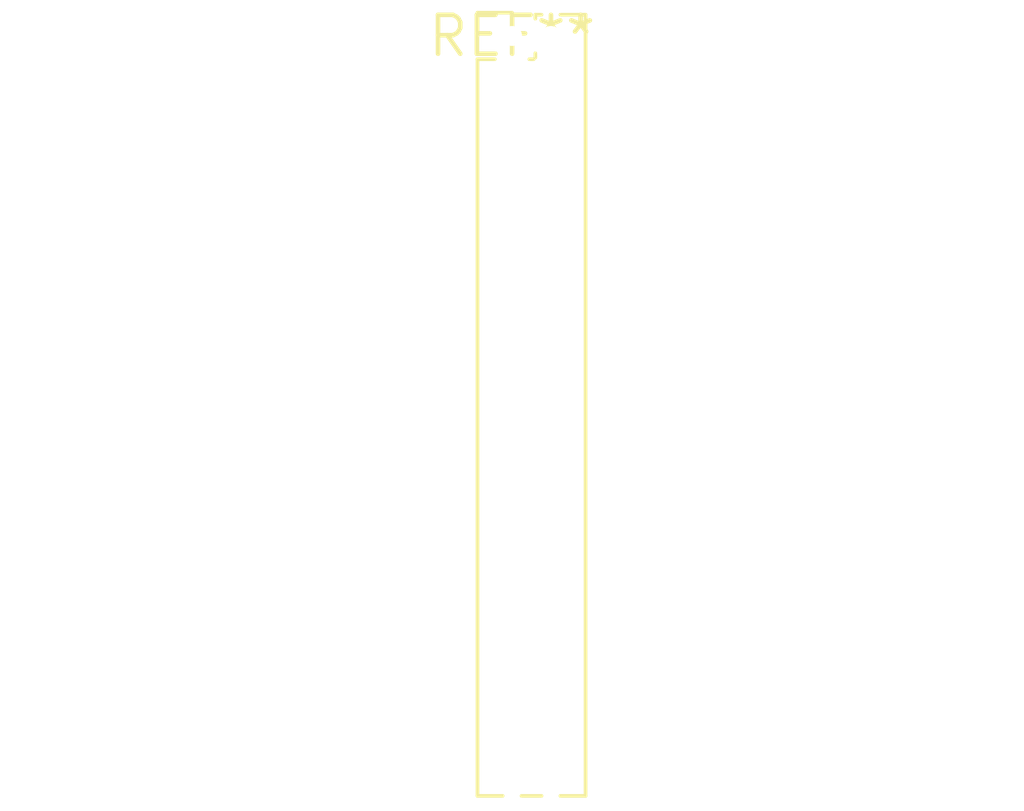
<source format=kicad_pcb>
(kicad_pcb (version 20240108) (generator pcbnew)
  (layers (0 "F.Cu" signal) (31 "B.Cu" signal) (34 "B.Paste" user) (35 "F.Paste" user) (36 "B.SilkS" user "B.Silkscreen") (37 "F.SilkS" user "F.Silkscreen") (38 "B.Mask" user) (39 "F.Mask" user) (44 "Edge.Cuts" user))
  (net 0 "")
  (footprint "PinHeader_2x20_P1.27mm_Vertical" (layer "F.Cu") (at 0 0)
    (property "Reference" "REF**")
    (property "Value" "PinHeader_2x20_P1.27mm_Vertical")
    (fp_line (start -1.13 -0.76) (end 0 -0.76) (layer "F.SilkS") (stroke (width 0.12)))
    (fp_line (start -1.13 0) (end -1.13 -0.76) (layer "F.SilkS") (stroke (width 0.12)))
    (fp_line (start -1.13 0.76) (end -1.13 24.825) (layer "F.SilkS") (stroke (width 0.12)))
    (fp_line (start -1.13 0.76) (end -0.563471 0.76) (layer "F.SilkS") (stroke (width 0.12)))
    (fp_line (start -1.13 24.825) (end -0.30753 24.825) (layer "F.SilkS") (stroke (width 0.12)))
    (fp_line (start 0.30753 24.825) (end 0.96247 24.825) (layer "F.SilkS") (stroke (width 0.12)))
    (fp_line (start 0.563471 0.76) (end 0.706529 0.76) (layer "F.SilkS") (stroke (width 0.12)))
    (fp_line (start 0.76 -0.695) (end 0.96247 -0.695) (layer "F.SilkS") (stroke (width 0.12)))
    (fp_line (start 0.76 -0.563471) (end 0.76 -0.695) (layer "F.SilkS") (stroke (width 0.12)))
    (fp_line (start 0.76 0.706529) (end 0.76 0.563471) (layer "F.SilkS") (stroke (width 0.12)))
    (fp_line (start 1.57753 -0.695) (end 2.4 -0.695) (layer "F.SilkS") (stroke (width 0.12)))
    (fp_line (start 1.57753 24.825) (end 2.4 24.825) (layer "F.SilkS") (stroke (width 0.12)))
    (fp_line (start 2.4 -0.695) (end 2.4 24.825) (layer "F.SilkS") (stroke (width 0.12)))
    (pad "1" thru_hole rect (at 0 0) (size 1 1) (drill 0.65) (layers *.Cu *.Mask) (remove_unused_layers))
    (pad "2" thru_hole oval (at 1.27 0) (size 1 1) (drill 0.65) (layers *.Cu *.Mask) (remove_unused_layers))
    (pad "3" thru_hole oval (at 0 1.27) (size 1 1) (drill 0.65) (layers *.Cu *.Mask) (remove_unused_layers))
    (pad "4" thru_hole oval (at 1.27 1.27) (size 1 1) (drill 0.65) (layers *.Cu *.Mask) (remove_unused_layers))
    (pad "5" thru_hole oval (at 0 2.54) (size 1 1) (drill 0.65) (layers *.Cu *.Mask) (remove_unused_layers))
    (pad "6" thru_hole oval (at 1.27 2.54) (size 1 1) (drill 0.65) (layers *.Cu *.Mask) (remove_unused_layers))
    (pad "7" thru_hole oval (at 0 3.81) (size 1 1) (drill 0.65) (layers *.Cu *.Mask) (remove_unused_layers))
    (pad "8" thru_hole oval (at 1.27 3.81) (size 1 1) (drill 0.65) (layers *.Cu *.Mask) (remove_unused_layers))
    (pad "9" thru_hole oval (at 0 5.08) (size 1 1) (drill 0.65) (layers *.Cu *.Mask) (remove_unused_layers))
    (pad "10" thru_hole oval (at 1.27 5.08) (size 1 1) (drill 0.65) (layers *.Cu *.Mask) (remove_unused_layers))
    (pad "11" thru_hole oval (at 0 6.35) (size 1 1) (drill 0.65) (layers *.Cu *.Mask) (remove_unused_layers))
    (pad "12" thru_hole oval (at 1.27 6.35) (size 1 1) (drill 0.65) (layers *.Cu *.Mask) (remove_unused_layers))
    (pad "13" thru_hole oval (at 0 7.62) (size 1 1) (drill 0.65) (layers *.Cu *.Mask) (remove_unused_layers))
    (pad "14" thru_hole oval (at 1.27 7.62) (size 1 1) (drill 0.65) (layers *.Cu *.Mask) (remove_unused_layers))
    (pad "15" thru_hole oval (at 0 8.89) (size 1 1) (drill 0.65) (layers *.Cu *.Mask) (remove_unused_layers))
    (pad "16" thru_hole oval (at 1.27 8.89) (size 1 1) (drill 0.65) (layers *.Cu *.Mask) (remove_unused_layers))
    (pad "17" thru_hole oval (at 0 10.16) (size 1 1) (drill 0.65) (layers *.Cu *.Mask) (remove_unused_layers))
    (pad "18" thru_hole oval (at 1.27 10.16) (size 1 1) (drill 0.65) (layers *.Cu *.Mask) (remove_unused_layers))
    (pad "19" thru_hole oval (at 0 11.43) (size 1 1) (drill 0.65) (layers *.Cu *.Mask) (remove_unused_layers))
    (pad "20" thru_hole oval (at 1.27 11.43) (size 1 1) (drill 0.65) (layers *.Cu *.Mask) (remove_unused_layers))
    (pad "21" thru_hole oval (at 0 12.7) (size 1 1) (drill 0.65) (layers *.Cu *.Mask) (remove_unused_layers))
    (pad "22" thru_hole oval (at 1.27 12.7) (size 1 1) (drill 0.65) (layers *.Cu *.Mask) (remove_unused_layers))
    (pad "23" thru_hole oval (at 0 13.97) (size 1 1) (drill 0.65) (layers *.Cu *.Mask) (remove_unused_layers))
    (pad "24" thru_hole oval (at 1.27 13.97) (size 1 1) (drill 0.65) (layers *.Cu *.Mask) (remove_unused_layers))
    (pad "25" thru_hole oval (at 0 15.24) (size 1 1) (drill 0.65) (layers *.Cu *.Mask) (remove_unused_layers))
    (pad "26" thru_hole oval (at 1.27 15.24) (size 1 1) (drill 0.65) (layers *.Cu *.Mask) (remove_unused_layers))
    (pad "27" thru_hole oval (at 0 16.51) (size 1 1) (drill 0.65) (layers *.Cu *.Mask) (remove_unused_layers))
    (pad "28" thru_hole oval (at 1.27 16.51) (size 1 1) (drill 0.65) (layers *.Cu *.Mask) (remove_unused_layers))
    (pad "29" thru_hole oval (at 0 17.78) (size 1 1) (drill 0.65) (layers *.Cu *.Mask) (remove_unused_layers))
    (pad "30" thru_hole oval (at 1.27 17.78) (size 1 1) (drill 0.65) (layers *.Cu *.Mask) (remove_unused_layers))
    (pad "31" thru_hole oval (at 0 19.05) (size 1 1) (drill 0.65) (layers *.Cu *.Mask) (remove_unused_layers))
    (pad "32" thru_hole oval (at 1.27 19.05) (size 1 1) (drill 0.65) (layers *.Cu *.Mask) (remove_unused_layers))
    (pad "33" thru_hole oval (at 0 20.32) (size 1 1) (drill 0.65) (layers *.Cu *.Mask) (remove_unused_layers))
    (pad "34" thru_hole oval (at 1.27 20.32) (size 1 1) (drill 0.65) (layers *.Cu *.Mask) (remove_unused_layers))
    (pad "35" thru_hole oval (at 0 21.59) (size 1 1) (drill 0.65) (layers *.Cu *.Mask) (remove_unused_layers))
    (pad "36" thru_hole oval (at 1.27 21.59) (size 1 1) (drill 0.65) (layers *.Cu *.Mask) (remove_unused_layers))
    (pad "37" thru_hole oval (at 0 22.86) (size 1 1) (drill 0.65) (layers *.Cu *.Mask) (remove_unused_layers))
    (pad "38" thru_hole oval (at 1.27 22.86) (size 1 1) (drill 0.65) (layers *.Cu *.Mask) (remove_unused_layers))
    (pad "39" thru_hole oval (at 0 24.13) (size 1 1) (drill 0.65) (layers *.Cu *.Mask) (remove_unused_layers))
    (pad "40" thru_hole oval (at 1.27 24.13) (size 1 1) (drill 0.65) (layers *.Cu *.Mask) (remove_unused_layers))
  )
)
</source>
